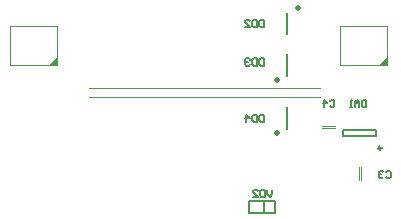
<source format=gbo>
G04*
G04 #@! TF.GenerationSoftware,Altium Limited,Altium Designer,20.1.8 (145)*
G04*
G04 Layer_Color=32896*
%FSLAX43Y43*%
%MOMM*%
G71*
G04*
G04 #@! TF.SameCoordinates,A35BB786-9FE3-423A-BE6B-7267126F668D*
G04*
G04*
G04 #@! TF.FilePolarity,Positive*
G04*
G01*
G75*
%ADD11C,0.250*%
%ADD13C,0.100*%
%ADD14C,0.200*%
%ADD15C,0.150*%
%ADD56C,0.500*%
G36*
X35496Y39869D02*
X35494Y39867D01*
X34794D01*
X35467Y40540D01*
X35496D01*
Y39869D01*
D02*
G37*
G36*
X63448D02*
X63446Y39867D01*
X62746D01*
X63419Y40540D01*
X63448D01*
Y39869D01*
D02*
G37*
D11*
X62971Y32835D02*
G03*
X62971Y32835I-125J0D01*
G01*
D13*
X61108Y30168D02*
Y31268D01*
X61258Y30168D02*
Y31268D01*
X57950Y34700D02*
X59050D01*
X57950Y34550D02*
X59050D01*
X59493Y43167D02*
X63446Y43168D01*
Y39842D02*
Y43168D01*
X59493Y39842D02*
Y43167D01*
Y39842D02*
X63446D01*
X31541Y43167D02*
X35494Y43168D01*
Y39842D02*
Y43168D01*
X31541Y39842D02*
Y43167D01*
Y39842D02*
X35494D01*
X38200Y37125D02*
X57775D01*
X38200Y37925D02*
X57775D01*
D14*
X53000Y27375D02*
Y28275D01*
X51750Y27375D02*
Y28375D01*
Y27375D02*
X53950D01*
Y28375D01*
X51750D02*
X53950D01*
X59746Y34385D02*
X62546D01*
X59746Y33885D02*
X62546D01*
X59746D02*
Y34385D01*
X62546Y33885D02*
Y34385D01*
X55000Y34475D02*
Y36275D01*
Y38975D02*
Y40775D01*
Y42475D02*
Y44275D01*
D15*
X53050Y35675D02*
Y35075D01*
X52750D01*
X52650Y35175D01*
Y35575D01*
X52750Y35675D01*
X53050D01*
X52450D02*
Y35075D01*
X52150D01*
X52050Y35175D01*
Y35575D01*
X52150Y35675D01*
X52450D01*
X51550Y35075D02*
Y35675D01*
X51850Y35375D01*
X51450D01*
X53050Y40425D02*
Y39825D01*
X52750D01*
X52650Y39925D01*
Y40325D01*
X52750Y40425D01*
X53050D01*
X52450D02*
Y39825D01*
X52150D01*
X52050Y39925D01*
Y40325D01*
X52150Y40425D01*
X52450D01*
X51850Y40325D02*
X51750Y40425D01*
X51550D01*
X51450Y40325D01*
Y40225D01*
X51550Y40125D01*
X51650D01*
X51550D01*
X51450Y40025D01*
Y39925D01*
X51550Y39825D01*
X51750D01*
X51850Y39925D01*
X53050Y43675D02*
Y43075D01*
X52750D01*
X52650Y43175D01*
Y43575D01*
X52750Y43675D01*
X53050D01*
X52450D02*
Y43075D01*
X52150D01*
X52050Y43175D01*
Y43575D01*
X52150Y43675D01*
X52450D01*
X51450Y43075D02*
X51850D01*
X51450Y43475D01*
Y43575D01*
X51550Y43675D01*
X51750D01*
X51850Y43575D01*
X58600Y36825D02*
X58700Y36925D01*
X58900D01*
X59000Y36825D01*
Y36425D01*
X58900Y36325D01*
X58700D01*
X58600Y36425D01*
X58100Y36325D02*
Y36925D01*
X58400Y36625D01*
X58000D01*
X63350Y30825D02*
X63450Y30925D01*
X63650D01*
X63750Y30825D01*
Y30425D01*
X63650Y30325D01*
X63450D01*
X63350Y30425D01*
X63150Y30825D02*
X63050Y30925D01*
X62850D01*
X62750Y30825D01*
Y30725D01*
X62850Y30625D01*
X62950D01*
X62850D01*
X62750Y30525D01*
Y30425D01*
X62850Y30325D01*
X63050D01*
X63150Y30425D01*
X61712Y36925D02*
Y36325D01*
X61412D01*
X61312Y36425D01*
Y36825D01*
X61412Y36925D01*
X61712D01*
X61112Y36325D02*
Y36725D01*
X60912Y36925D01*
X60712Y36725D01*
Y36325D01*
Y36625D01*
X61112D01*
X60512Y36325D02*
X60312D01*
X60412D01*
Y36925D01*
X60512Y36825D01*
X53700Y29325D02*
Y28925D01*
X53500Y28725D01*
X53300Y28925D01*
Y29325D01*
X53100D02*
Y28725D01*
X52800D01*
X52700Y28825D01*
Y29225D01*
X52800Y29325D01*
X53100D01*
X52100Y28725D02*
X52500D01*
X52100Y29125D01*
Y29225D01*
X52200Y29325D01*
X52400D01*
X52500Y29225D01*
D56*
X54100Y34075D02*
D03*
Y38575D02*
D03*
X55900Y44675D02*
D03*
M02*

</source>
